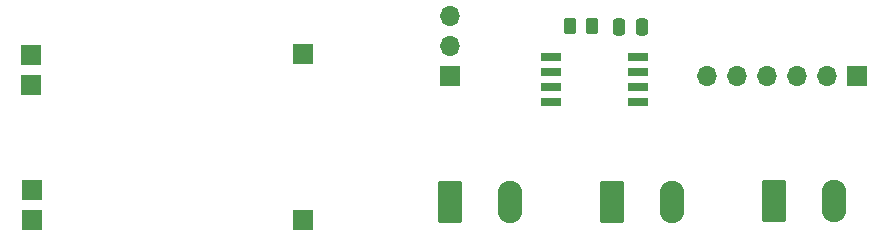
<source format=gbr>
%TF.GenerationSoftware,KiCad,Pcbnew,8.0.6*%
%TF.CreationDate,2024-10-20T14:16:11-03:00*%
%TF.ProjectId,light-box-neopixels,6c696768-742d-4626-9f78-2d6e656f7069,rev?*%
%TF.SameCoordinates,Original*%
%TF.FileFunction,Soldermask,Top*%
%TF.FilePolarity,Negative*%
%FSLAX46Y46*%
G04 Gerber Fmt 4.6, Leading zero omitted, Abs format (unit mm)*
G04 Created by KiCad (PCBNEW 8.0.6) date 2024-10-20 14:16:11*
%MOMM*%
%LPD*%
G01*
G04 APERTURE LIST*
G04 Aperture macros list*
%AMRoundRect*
0 Rectangle with rounded corners*
0 $1 Rounding radius*
0 $2 $3 $4 $5 $6 $7 $8 $9 X,Y pos of 4 corners*
0 Add a 4 corners polygon primitive as box body*
4,1,4,$2,$3,$4,$5,$6,$7,$8,$9,$2,$3,0*
0 Add four circle primitives for the rounded corners*
1,1,$1+$1,$2,$3*
1,1,$1+$1,$4,$5*
1,1,$1+$1,$6,$7*
1,1,$1+$1,$8,$9*
0 Add four rect primitives between the rounded corners*
20,1,$1+$1,$2,$3,$4,$5,0*
20,1,$1+$1,$4,$5,$6,$7,0*
20,1,$1+$1,$6,$7,$8,$9,0*
20,1,$1+$1,$8,$9,$2,$3,0*%
G04 Aperture macros list end*
%ADD10R,1.700000X1.700000*%
%ADD11RoundRect,0.250000X-0.262500X-0.450000X0.262500X-0.450000X0.262500X0.450000X-0.262500X0.450000X0*%
%ADD12O,1.700000X1.700000*%
%ADD13RoundRect,0.249999X-0.790001X-1.550001X0.790001X-1.550001X0.790001X1.550001X-0.790001X1.550001X0*%
%ADD14O,2.080000X3.600000*%
%ADD15RoundRect,0.250000X0.250000X0.475000X-0.250000X0.475000X-0.250000X-0.475000X0.250000X-0.475000X0*%
%ADD16R,1.700000X0.650000*%
G04 APERTURE END LIST*
D10*
%TO.C,J11*%
X212750000Y-110850000D03*
%TD*%
%TO.C,J10*%
X212800000Y-124850000D03*
%TD*%
%TO.C,J9*%
X189750000Y-113475000D03*
%TD*%
%TO.C,J8*%
X189800000Y-122350000D03*
%TD*%
%TO.C,J7*%
X189750000Y-110900000D03*
%TD*%
%TO.C,J6*%
X189800000Y-124900000D03*
%TD*%
D11*
%TO.C,R1*%
X235400000Y-108450000D03*
X237225000Y-108450000D03*
%TD*%
D10*
%TO.C,J5*%
X259640000Y-112700000D03*
D12*
X257100000Y-112700000D03*
X254560000Y-112700000D03*
X252020000Y-112700000D03*
X249480000Y-112700000D03*
X246940000Y-112700000D03*
%TD*%
D10*
%TO.C,J4*%
X225200000Y-112650000D03*
D12*
X225200000Y-110110000D03*
X225200000Y-107570000D03*
%TD*%
D13*
%TO.C,J3*%
X225220000Y-123350000D03*
D14*
X230300000Y-123350000D03*
%TD*%
D13*
%TO.C,J2*%
X238960000Y-123322500D03*
D14*
X244040000Y-123322500D03*
%TD*%
D13*
%TO.C,J1*%
X252660000Y-123272500D03*
D14*
X257740000Y-123272500D03*
%TD*%
D15*
%TO.C,C1*%
X241450000Y-108500000D03*
X239550000Y-108500000D03*
%TD*%
D16*
%TO.C,U1*%
X233800000Y-111040000D03*
X233800000Y-112310000D03*
X233800000Y-113580000D03*
X233800000Y-114850000D03*
X241100000Y-114850000D03*
X241100000Y-113580000D03*
X241100000Y-112310000D03*
X241100000Y-111040000D03*
%TD*%
M02*

</source>
